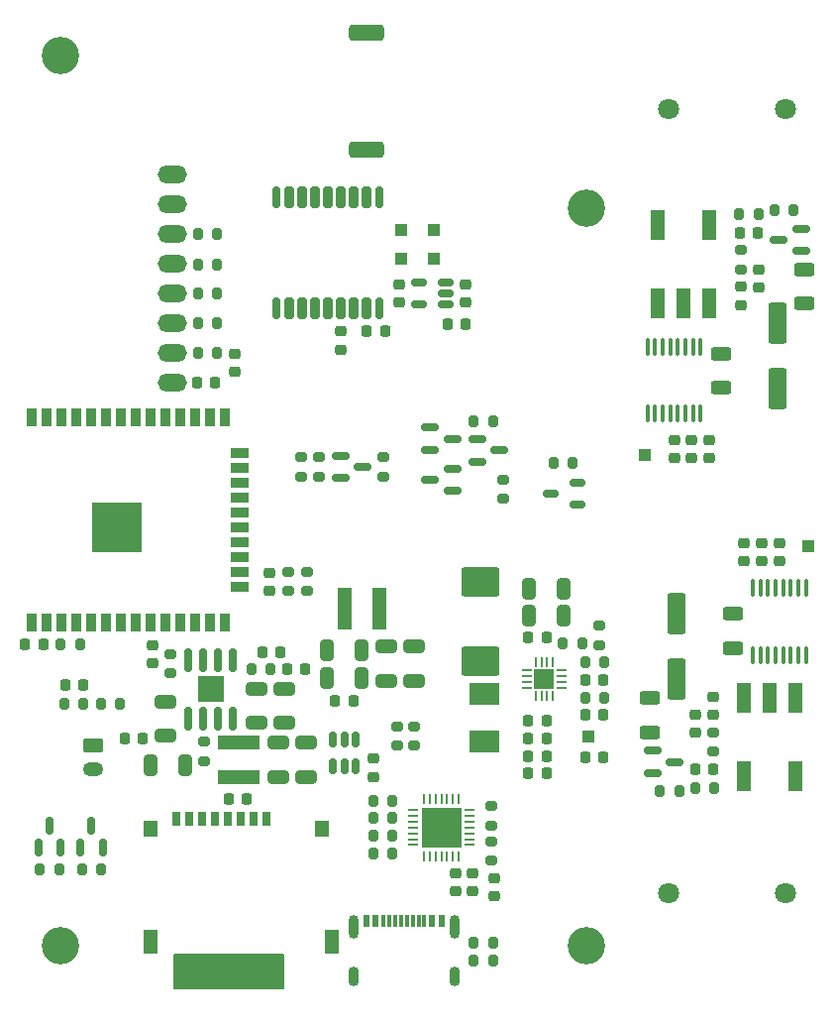
<source format=gbr>
%TF.GenerationSoftware,KiCad,Pcbnew,7.0.10*%
%TF.CreationDate,2024-02-25T16:32:58+01:00*%
%TF.ProjectId,OBSPro,4f425350-726f-42e6-9b69-6361645f7063,rev?*%
%TF.SameCoordinates,PX7270e00PY2255100*%
%TF.FileFunction,Soldermask,Top*%
%TF.FilePolarity,Negative*%
%FSLAX46Y46*%
G04 Gerber Fmt 4.6, Leading zero omitted, Abs format (unit mm)*
G04 Created by KiCad (PCBNEW 7.0.10) date 2024-02-25 16:32:58*
%MOMM*%
%LPD*%
G01*
G04 APERTURE LIST*
G04 Aperture macros list*
%AMRoundRect*
0 Rectangle with rounded corners*
0 $1 Rounding radius*
0 $2 $3 $4 $5 $6 $7 $8 $9 X,Y pos of 4 corners*
0 Add a 4 corners polygon primitive as box body*
4,1,4,$2,$3,$4,$5,$6,$7,$8,$9,$2,$3,0*
0 Add four circle primitives for the rounded corners*
1,1,$1+$1,$2,$3*
1,1,$1+$1,$4,$5*
1,1,$1+$1,$6,$7*
1,1,$1+$1,$8,$9*
0 Add four rect primitives between the rounded corners*
20,1,$1+$1,$2,$3,$4,$5,0*
20,1,$1+$1,$4,$5,$6,$7,0*
20,1,$1+$1,$6,$7,$8,$9,0*
20,1,$1+$1,$8,$9,$2,$3,0*%
G04 Aperture macros list end*
%ADD10R,3.600000X1.150000*%
%ADD11RoundRect,0.200000X-0.200000X-0.275000X0.200000X-0.275000X0.200000X0.275000X-0.200000X0.275000X0*%
%ADD12RoundRect,0.250000X-0.625000X0.312500X-0.625000X-0.312500X0.625000X-0.312500X0.625000X0.312500X0*%
%ADD13RoundRect,0.150000X-0.150000X0.825000X-0.150000X-0.825000X0.150000X-0.825000X0.150000X0.825000X0*%
%ADD14R,2.300000X2.300000*%
%ADD15RoundRect,0.200000X0.200000X0.275000X-0.200000X0.275000X-0.200000X-0.275000X0.200000X-0.275000X0*%
%ADD16C,3.200000*%
%ADD17RoundRect,0.350000X1.150000X0.350000X-1.150000X0.350000X-1.150000X-0.350000X1.150000X-0.350000X0*%
%ADD18RoundRect,0.225000X-0.250000X0.225000X-0.250000X-0.225000X0.250000X-0.225000X0.250000X0.225000X0*%
%ADD19RoundRect,0.225000X-0.225000X-0.250000X0.225000X-0.250000X0.225000X0.250000X-0.225000X0.250000X0*%
%ADD20RoundRect,0.250000X-0.650000X0.325000X-0.650000X-0.325000X0.650000X-0.325000X0.650000X0.325000X0*%
%ADD21RoundRect,0.250000X0.650000X-0.325000X0.650000X0.325000X-0.650000X0.325000X-0.650000X-0.325000X0*%
%ADD22RoundRect,0.250000X0.625000X-0.312500X0.625000X0.312500X-0.625000X0.312500X-0.625000X-0.312500X0*%
%ADD23RoundRect,0.100000X0.100000X-0.637500X0.100000X0.637500X-0.100000X0.637500X-0.100000X-0.637500X0*%
%ADD24RoundRect,0.250000X-0.300000X-0.300000X0.300000X-0.300000X0.300000X0.300000X-0.300000X0.300000X0*%
%ADD25RoundRect,0.225000X0.225000X0.250000X-0.225000X0.250000X-0.225000X-0.250000X0.225000X-0.250000X0*%
%ADD26RoundRect,0.150000X-0.587500X-0.150000X0.587500X-0.150000X0.587500X0.150000X-0.587500X0.150000X0*%
%ADD27RoundRect,0.225000X0.250000X-0.225000X0.250000X0.225000X-0.250000X0.225000X-0.250000X-0.225000X0*%
%ADD28RoundRect,0.250000X0.300000X0.300000X-0.300000X0.300000X-0.300000X-0.300000X0.300000X-0.300000X0*%
%ADD29RoundRect,0.200000X-0.275000X0.200000X-0.275000X-0.200000X0.275000X-0.200000X0.275000X0.200000X0*%
%ADD30RoundRect,0.200000X0.275000X-0.200000X0.275000X0.200000X-0.275000X0.200000X-0.275000X-0.200000X0*%
%ADD31RoundRect,0.250000X-0.625000X0.350000X-0.625000X-0.350000X0.625000X-0.350000X0.625000X0.350000X0*%
%ADD32O,1.750000X1.200000*%
%ADD33RoundRect,0.175000X0.175000X-0.725000X0.175000X0.725000X-0.175000X0.725000X-0.175000X-0.725000X0*%
%ADD34RoundRect,0.200000X0.200000X-0.700000X0.200000X0.700000X-0.200000X0.700000X-0.200000X-0.700000X0*%
%ADD35RoundRect,0.250000X-1.400000X-1.000000X1.400000X-1.000000X1.400000X1.000000X-1.400000X1.000000X0*%
%ADD36RoundRect,0.218750X-0.218750X-0.256250X0.218750X-0.256250X0.218750X0.256250X-0.218750X0.256250X0*%
%ADD37RoundRect,0.150000X0.587500X0.150000X-0.587500X0.150000X-0.587500X-0.150000X0.587500X-0.150000X0*%
%ADD38R,1.000000X1.000000*%
%ADD39R,1.150000X3.600000*%
%ADD40RoundRect,0.150000X0.512500X0.150000X-0.512500X0.150000X-0.512500X-0.150000X0.512500X-0.150000X0*%
%ADD41R,0.600000X1.140000*%
%ADD42R,0.300000X1.140000*%
%ADD43O,0.900000X2.000000*%
%ADD44O,0.900000X1.700000*%
%ADD45RoundRect,0.218750X0.256250X-0.218750X0.256250X0.218750X-0.256250X0.218750X-0.256250X-0.218750X0*%
%ADD46O,2.500000X1.500000*%
%ADD47RoundRect,0.250000X0.325000X0.650000X-0.325000X0.650000X-0.325000X-0.650000X0.325000X-0.650000X0*%
%ADD48RoundRect,0.062500X0.062500X-0.350000X0.062500X0.350000X-0.062500X0.350000X-0.062500X-0.350000X0*%
%ADD49RoundRect,0.062500X0.350000X-0.062500X0.350000X0.062500X-0.350000X0.062500X-0.350000X-0.062500X0*%
%ADD50R,1.680000X1.680000*%
%ADD51RoundRect,0.150000X0.150000X-0.587500X0.150000X0.587500X-0.150000X0.587500X-0.150000X-0.587500X0*%
%ADD52RoundRect,0.218750X0.218750X0.256250X-0.218750X0.256250X-0.218750X-0.256250X0.218750X-0.256250X0*%
%ADD53RoundRect,0.250000X-0.325000X-0.650000X0.325000X-0.650000X0.325000X0.650000X-0.325000X0.650000X0*%
%ADD54R,1.200000X2.500000*%
%ADD55R,0.900000X1.500000*%
%ADD56R,1.500000X0.900000*%
%ADD57C,0.475000*%
%ADD58R,4.200000X4.200000*%
%ADD59RoundRect,0.150000X-0.150000X0.512500X-0.150000X-0.512500X0.150000X-0.512500X0.150000X0.512500X0*%
%ADD60R,2.500000X1.900000*%
%ADD61RoundRect,0.250000X-0.550000X1.500000X-0.550000X-1.500000X0.550000X-1.500000X0.550000X1.500000X0*%
%ADD62RoundRect,0.250000X0.550000X-1.500000X0.550000X1.500000X-0.550000X1.500000X-0.550000X-1.500000X0*%
%ADD63C,1.800000*%
%ADD64RoundRect,0.062500X0.062500X-0.337500X0.062500X0.337500X-0.062500X0.337500X-0.062500X-0.337500X0*%
%ADD65RoundRect,0.062500X0.337500X-0.062500X0.337500X0.062500X-0.337500X0.062500X-0.337500X-0.062500X0*%
%ADD66R,3.350000X3.350000*%
%ADD67RoundRect,0.100000X-0.100000X0.637500X-0.100000X-0.637500X0.100000X-0.637500X0.100000X0.637500X0*%
%ADD68R,0.700000X1.300000*%
%ADD69R,1.200000X1.400000*%
%ADD70R,1.200000X2.000000*%
G04 APERTURE END LIST*
D10*
%TO.C,L1*%
X19300000Y-62625000D03*
X19300000Y-65575000D03*
%TD*%
D11*
%TO.C,R2*%
X39375000Y-79700000D03*
X41025000Y-79700000D03*
%TD*%
D12*
%TO.C,R44*%
X60500000Y-29437500D03*
X60500000Y-32362500D03*
%TD*%
D13*
%TO.C,U1*%
X18805000Y-55625000D03*
X17535000Y-55625000D03*
X16265000Y-55625000D03*
X14995000Y-55625000D03*
X14995000Y-60575000D03*
X16265000Y-60575000D03*
X17535000Y-60575000D03*
X18805000Y-60575000D03*
D14*
X16900000Y-58100000D03*
%TD*%
D11*
%TO.C,R36*%
X15775000Y-24300000D03*
X17425000Y-24300000D03*
%TD*%
D15*
%TO.C,R21*%
X3925000Y-73475000D03*
X2275000Y-73475000D03*
%TD*%
D16*
%TO.C,H3*%
X49000000Y-80000000D03*
%TD*%
D15*
%TO.C,R40*%
X66724999Y-17200000D03*
X65074999Y-17200000D03*
%TD*%
D17*
%TO.C,AE1*%
X30200000Y-12000000D03*
X30200000Y-2000000D03*
%TD*%
D18*
%TO.C,C33*%
X28000000Y-27525000D03*
X28000000Y-29075000D03*
%TD*%
D11*
%TO.C,R38*%
X62074999Y-17500000D03*
X63724999Y-17500000D03*
%TD*%
D19*
%TO.C,C20*%
X44025000Y-60800000D03*
X45575000Y-60800000D03*
%TD*%
D11*
%TO.C,R11*%
X46975000Y-54200000D03*
X48625000Y-54200000D03*
%TD*%
D20*
%TO.C,C11*%
X34300000Y-54425000D03*
X34300000Y-57375000D03*
%TD*%
D21*
%TO.C,C7*%
X13000000Y-62075000D03*
X13000000Y-59125000D03*
%TD*%
D22*
%TO.C,R43*%
X61500000Y-54562500D03*
X61500000Y-51637500D03*
%TD*%
D23*
%TO.C,U8*%
X63225000Y-55162500D03*
X63875000Y-55162500D03*
X64525000Y-55162500D03*
X65175000Y-55162500D03*
X65825000Y-55162500D03*
X66475000Y-55162500D03*
X67125000Y-55162500D03*
X67775000Y-55162500D03*
X67775000Y-49437500D03*
X67125000Y-49437500D03*
X66475000Y-49437500D03*
X65825000Y-49437500D03*
X65175000Y-49437500D03*
X64525000Y-49437500D03*
X63875000Y-49437500D03*
X63225000Y-49437500D03*
%TD*%
D24*
%TO.C,D4*%
X33200000Y-21300000D03*
X36000000Y-21300000D03*
%TD*%
D25*
%TO.C,C30*%
X2575000Y-54220000D03*
X1025000Y-54220000D03*
%TD*%
D26*
%TO.C,Q4*%
X35662500Y-35750000D03*
X35662500Y-37650000D03*
X37537500Y-36700000D03*
%TD*%
D27*
%TO.C,C36*%
X62500000Y-47175000D03*
X62500000Y-45625000D03*
%TD*%
D19*
%TO.C,C17*%
X44025000Y-65300000D03*
X45575000Y-65300000D03*
%TD*%
D11*
%TO.C,R4*%
X20375000Y-56400000D03*
X22025000Y-56400000D03*
%TD*%
D18*
%TO.C,C27*%
X41100000Y-74225000D03*
X41100000Y-75775000D03*
%TD*%
D28*
%TO.C,D5*%
X36000000Y-18900000D03*
X33200000Y-18900000D03*
%TD*%
D29*
%TO.C,R6*%
X13400000Y-55075000D03*
X13400000Y-56725000D03*
%TD*%
D18*
%TO.C,C29*%
X37800000Y-73825000D03*
X37800000Y-75375000D03*
%TD*%
D30*
%TO.C,R26*%
X31600000Y-39925000D03*
X31600000Y-38275000D03*
%TD*%
D31*
%TO.C,J2*%
X6850000Y-62900000D03*
D32*
X6850000Y-64900000D03*
%TD*%
D33*
%TO.C,U7*%
X22500000Y-25550000D03*
D34*
X23600000Y-25550000D03*
X24700000Y-25550000D03*
X25800000Y-25550000D03*
X26900000Y-25550000D03*
X28000000Y-25550000D03*
X29100000Y-25550000D03*
X30200000Y-25550000D03*
D33*
X31300000Y-25550000D03*
X31300000Y-16050000D03*
D34*
X30200000Y-16050000D03*
X29100000Y-16050000D03*
X28000000Y-16050000D03*
X26900000Y-16050000D03*
X25800000Y-16050000D03*
X24700000Y-16050000D03*
X23600000Y-16050000D03*
D33*
X22500000Y-16050000D03*
%TD*%
D15*
%TO.C,R32*%
X59925000Y-66500000D03*
X58275000Y-66500000D03*
%TD*%
D35*
%TO.C,D3*%
X39900000Y-48900000D03*
X39900000Y-55700000D03*
%TD*%
D15*
%TO.C,R23*%
X9125000Y-59300000D03*
X7475000Y-59300000D03*
%TD*%
D36*
%TO.C,F1*%
X9512500Y-62300000D03*
X11087500Y-62300000D03*
%TD*%
D37*
%TO.C,Q6*%
X37537500Y-41150000D03*
X37537500Y-39250000D03*
X35662500Y-40200000D03*
%TD*%
D38*
%TO.C,TP5*%
X54000001Y-38100000D03*
%TD*%
D27*
%TO.C,C45*%
X63699999Y-23775000D03*
X63699999Y-22225000D03*
%TD*%
D18*
%TO.C,C41*%
X58000000Y-36825000D03*
X58000000Y-38375000D03*
%TD*%
D11*
%TO.C,R22*%
X5875000Y-73475000D03*
X7525000Y-73475000D03*
%TD*%
D27*
%TO.C,C40*%
X59800000Y-60275000D03*
X59800000Y-58725000D03*
%TD*%
D19*
%TO.C,C18*%
X44025000Y-63800000D03*
X45575000Y-63800000D03*
%TD*%
D39*
%TO.C,L2*%
X28325000Y-51200000D03*
X31275000Y-51200000D03*
%TD*%
D11*
%TO.C,R3*%
X39375000Y-81300000D03*
X41025000Y-81300000D03*
%TD*%
D27*
%TO.C,C37*%
X65500000Y-47175000D03*
X65500000Y-45625000D03*
%TD*%
D40*
%TO.C,U3*%
X36937500Y-25250000D03*
X36937500Y-24300000D03*
X36937500Y-23350000D03*
X34662500Y-23350000D03*
X34662500Y-25250000D03*
%TD*%
D22*
%TO.C,R31*%
X54400000Y-61762500D03*
X54400000Y-58837500D03*
%TD*%
D11*
%TO.C,R35*%
X15775000Y-26800000D03*
X17425000Y-26800000D03*
%TD*%
D29*
%TO.C,R10*%
X50100000Y-52675000D03*
X50100000Y-54325000D03*
%TD*%
D11*
%TO.C,R14*%
X4075000Y-54220000D03*
X5725000Y-54220000D03*
%TD*%
%TO.C,R41*%
X15775000Y-21800000D03*
X17425000Y-21800000D03*
%TD*%
D41*
%TO.C,J1*%
X30200000Y-77840000D03*
X31000000Y-77840000D03*
D42*
X32150000Y-77840000D03*
X33150000Y-77840000D03*
X33650000Y-77840000D03*
X34650000Y-77840000D03*
D41*
X36600000Y-77840000D03*
X35800000Y-77840000D03*
D42*
X35150000Y-77840000D03*
X34150000Y-77840000D03*
X32650000Y-77840000D03*
X31650000Y-77840000D03*
D43*
X29075000Y-78410000D03*
D44*
X29075000Y-82590000D03*
D43*
X37725000Y-78410000D03*
D44*
X37725000Y-82590000D03*
%TD*%
D18*
%TO.C,C38*%
X58300000Y-60225000D03*
X58300000Y-61775000D03*
%TD*%
D45*
%TO.C,D1*%
X11900000Y-55887500D03*
X11900000Y-54312500D03*
%TD*%
D27*
%TO.C,C49*%
X18900000Y-30975000D03*
X18900000Y-29425000D03*
%TD*%
D46*
%TO.C,J3*%
X13600000Y-31900000D03*
X13600000Y-29360000D03*
X13600000Y-26820000D03*
X13600000Y-24280000D03*
X13600000Y-21740000D03*
X13600000Y-19200000D03*
X13600000Y-16660000D03*
X13600000Y-14120000D03*
%TD*%
D16*
%TO.C,H4*%
X49000000Y-17000000D03*
%TD*%
D19*
%TO.C,C25*%
X48925000Y-60300000D03*
X50475000Y-60300000D03*
%TD*%
D18*
%TO.C,C47*%
X62199999Y-23725000D03*
X62199999Y-25275000D03*
%TD*%
D38*
%TO.C,TP2*%
X68000000Y-45900000D03*
%TD*%
D26*
%TO.C,Q5*%
X27962500Y-38150000D03*
X27962500Y-40050000D03*
X29837500Y-39100000D03*
%TD*%
D29*
%TO.C,R29*%
X24600000Y-38275000D03*
X24600000Y-39925000D03*
%TD*%
%TO.C,R46*%
X23500000Y-48075000D03*
X23500000Y-49725000D03*
%TD*%
D19*
%TO.C,C5*%
X21325000Y-54900000D03*
X22875000Y-54900000D03*
%TD*%
D18*
%TO.C,C28*%
X39300000Y-73825000D03*
X39300000Y-75375000D03*
%TD*%
D26*
%TO.C,Q3*%
X39662500Y-36750000D03*
X39662500Y-38650000D03*
X41537500Y-37700000D03*
%TD*%
D30*
%TO.C,R30*%
X25100000Y-49725000D03*
X25100000Y-48075000D03*
%TD*%
D19*
%TO.C,C31*%
X18425000Y-67500000D03*
X19975000Y-67500000D03*
%TD*%
D18*
%TO.C,C43*%
X59500000Y-36825000D03*
X59500000Y-38375000D03*
%TD*%
%TO.C,C44*%
X56500000Y-36825000D03*
X56500000Y-38375000D03*
%TD*%
D47*
%TO.C,C8*%
X14670000Y-64600000D03*
X11720000Y-64600000D03*
%TD*%
D19*
%TO.C,C6*%
X23400000Y-56400000D03*
X24950000Y-56400000D03*
%TD*%
D15*
%TO.C,R18*%
X32425000Y-67600000D03*
X30775000Y-67600000D03*
%TD*%
D21*
%TO.C,C3*%
X23200000Y-60975000D03*
X23200000Y-58025000D03*
%TD*%
D36*
%TO.C,FB1*%
X15712500Y-31900000D03*
X17287500Y-31900000D03*
%TD*%
D16*
%TO.C,H2*%
X4000000Y-4000000D03*
%TD*%
D19*
%TO.C,C42*%
X62124999Y-19100000D03*
X63674999Y-19100000D03*
%TD*%
D29*
%TO.C,R7*%
X34300000Y-61275000D03*
X34300000Y-62925000D03*
%TD*%
D48*
%TO.C,U4*%
X44650000Y-58662500D03*
X45150000Y-58662500D03*
X45650000Y-58662500D03*
X46150000Y-58662500D03*
D49*
X46862500Y-57950000D03*
X46862500Y-57450000D03*
X46862500Y-56950000D03*
X46862500Y-56450000D03*
D48*
X46150000Y-55737500D03*
X45650000Y-55737500D03*
X45150000Y-55737500D03*
X44650000Y-55737500D03*
D49*
X43937500Y-56450000D03*
X43937500Y-56950000D03*
X43937500Y-57450000D03*
X43937500Y-57950000D03*
D50*
X45400000Y-57200000D03*
%TD*%
D51*
%TO.C,Q2*%
X5750000Y-71612500D03*
X7650000Y-71612500D03*
X6700000Y-69737500D03*
%TD*%
D30*
%TO.C,R39*%
X62199999Y-22225000D03*
X62199999Y-20575000D03*
%TD*%
D52*
%TO.C,FB8*%
X38700000Y-26900000D03*
X37125000Y-26900000D03*
%TD*%
D15*
%TO.C,R19*%
X32425000Y-72100000D03*
X30775000Y-72100000D03*
%TD*%
D53*
%TO.C,C23*%
X44125000Y-49500000D03*
X47075000Y-49500000D03*
%TD*%
D19*
%TO.C,C26*%
X48925000Y-57300000D03*
X50475000Y-57300000D03*
%TD*%
D18*
%TO.C,C50*%
X21900000Y-48125000D03*
X21900000Y-49675000D03*
%TD*%
D54*
%TO.C,T2*%
X55100000Y-25150000D03*
X57300000Y-25150000D03*
X59500000Y-25150000D03*
X59500000Y-18450000D03*
X55100000Y-18450000D03*
%TD*%
D27*
%TO.C,C34*%
X64000000Y-47175000D03*
X64000000Y-45625000D03*
%TD*%
D19*
%TO.C,C19*%
X44025000Y-62300000D03*
X45575000Y-62300000D03*
%TD*%
D30*
%TO.C,R15*%
X40900000Y-72725000D03*
X40900000Y-71075000D03*
%TD*%
D20*
%TO.C,C4*%
X25000000Y-62625000D03*
X25000000Y-65575000D03*
%TD*%
D15*
%TO.C,R1*%
X47825000Y-38800000D03*
X46175000Y-38800000D03*
%TD*%
D55*
%TO.C,U6*%
X1565000Y-52370000D03*
X2835000Y-52370000D03*
X4105000Y-52370000D03*
X5375000Y-52370000D03*
X6645000Y-52370000D03*
X7915000Y-52370000D03*
X9185000Y-52370000D03*
X10455000Y-52370000D03*
X11725000Y-52370000D03*
X12995000Y-52370000D03*
X14265000Y-52370000D03*
X15535000Y-52370000D03*
X16805000Y-52370000D03*
X18075000Y-52370000D03*
D56*
X19325000Y-49330000D03*
X19325000Y-48060000D03*
X19325000Y-46790000D03*
X19325000Y-45520000D03*
X19325000Y-44250000D03*
X19325000Y-42980000D03*
X19325000Y-41710000D03*
X19325000Y-40440000D03*
X19325000Y-39170000D03*
X19325000Y-37900000D03*
D55*
X18075000Y-34870000D03*
X16805000Y-34870000D03*
X15535000Y-34870000D03*
X14265000Y-34870000D03*
X12995000Y-34870000D03*
X11725000Y-34870000D03*
X10455000Y-34870000D03*
X9185000Y-34870000D03*
X7915000Y-34870000D03*
X6645000Y-34870000D03*
X5375000Y-34870000D03*
X4105000Y-34870000D03*
X2835000Y-34870000D03*
X1565000Y-34870000D03*
D57*
X8142500Y-45825000D03*
X9667500Y-45825000D03*
X7380000Y-45062500D03*
X8905000Y-45062500D03*
X10430000Y-45062500D03*
X8142500Y-44300000D03*
D58*
X8905000Y-44300000D03*
D57*
X9667500Y-44300000D03*
X7380000Y-43537500D03*
X8905000Y-43537500D03*
X10430000Y-43537500D03*
X8142500Y-42775000D03*
X9667500Y-42775000D03*
%TD*%
D25*
%TO.C,C48*%
X5975000Y-57700000D03*
X4425000Y-57700000D03*
%TD*%
D21*
%TO.C,C1*%
X20800000Y-60975000D03*
X20800000Y-58025000D03*
%TD*%
D15*
%TO.C,R12*%
X50525000Y-58800000D03*
X48875000Y-58800000D03*
%TD*%
D19*
%TO.C,C32*%
X30225000Y-27500000D03*
X31775000Y-27500000D03*
%TD*%
D20*
%TO.C,C2*%
X22700000Y-62625000D03*
X22700000Y-65575000D03*
%TD*%
%TO.C,C10*%
X31900000Y-54425000D03*
X31900000Y-57375000D03*
%TD*%
D59*
%TO.C,U2*%
X29250000Y-62362500D03*
X28300000Y-62362500D03*
X27350000Y-62362500D03*
X27350000Y-64637500D03*
X28300000Y-64637500D03*
X29250000Y-64637500D03*
%TD*%
D38*
%TO.C,TP1*%
X49200000Y-62100000D03*
%TD*%
D53*
%TO.C,C13*%
X26825000Y-57130000D03*
X29775000Y-57130000D03*
%TD*%
D12*
%TO.C,R37*%
X67599999Y-22237500D03*
X67599999Y-25162500D03*
%TD*%
D27*
%TO.C,C15*%
X38700000Y-25075000D03*
X38700000Y-23525000D03*
%TD*%
D60*
%TO.C,L3*%
X40300000Y-62550000D03*
X40300000Y-58450000D03*
%TD*%
D51*
%TO.C,Q1*%
X2150000Y-71612500D03*
X4050000Y-71612500D03*
X3100000Y-69737500D03*
%TD*%
D61*
%TO.C,C46*%
X65300000Y-26800000D03*
X65300000Y-32400000D03*
%TD*%
D19*
%TO.C,C21*%
X44025000Y-53700000D03*
X45575000Y-53700000D03*
%TD*%
D11*
%TO.C,R9*%
X15775000Y-29400000D03*
X17425000Y-29400000D03*
%TD*%
D15*
%TO.C,R16*%
X32425000Y-70600000D03*
X30775000Y-70600000D03*
%TD*%
D19*
%TO.C,C14*%
X27525000Y-59100000D03*
X29075000Y-59100000D03*
%TD*%
D18*
%TO.C,C16*%
X33000000Y-23525000D03*
X33000000Y-25075000D03*
%TD*%
D62*
%TO.C,C39*%
X56700000Y-57200000D03*
X56700000Y-51600000D03*
%TD*%
D63*
%TO.C,LS1*%
X56000000Y-75500000D03*
X66000000Y-75500000D03*
%TD*%
D11*
%TO.C,R42*%
X15775000Y-19200000D03*
X17425000Y-19200000D03*
%TD*%
%TO.C,R34*%
X55275000Y-66800000D03*
X56925000Y-66800000D03*
%TD*%
D15*
%TO.C,R24*%
X6025000Y-59300000D03*
X4375000Y-59300000D03*
%TD*%
D30*
%TO.C,R20*%
X40900000Y-69725000D03*
X40900000Y-68075000D03*
%TD*%
D18*
%TO.C,C9*%
X30800000Y-64025000D03*
X30800000Y-65575000D03*
%TD*%
D37*
%TO.C,Q9*%
X67337499Y-20650000D03*
X67337499Y-18750000D03*
X65462499Y-19700000D03*
%TD*%
D30*
%TO.C,R5*%
X16300000Y-64225000D03*
X16300000Y-62575000D03*
%TD*%
D11*
%TO.C,R28*%
X39375000Y-35200000D03*
X41025000Y-35200000D03*
%TD*%
D29*
%TO.C,R33*%
X59800000Y-61775000D03*
X59800000Y-63425000D03*
%TD*%
D26*
%TO.C,Q7*%
X54662500Y-63350000D03*
X54662500Y-65250000D03*
X56537500Y-64300000D03*
%TD*%
D53*
%TO.C,C12*%
X26825000Y-54730000D03*
X29775000Y-54730000D03*
%TD*%
D16*
%TO.C,H1*%
X4000000Y-80000000D03*
%TD*%
D11*
%TO.C,R13*%
X48875000Y-55800000D03*
X50525000Y-55800000D03*
%TD*%
D64*
%TO.C,U5*%
X35100000Y-72350000D03*
X35600000Y-72350000D03*
X36100000Y-72350000D03*
X36600000Y-72350000D03*
X37100000Y-72350000D03*
X37600000Y-72350000D03*
X38100000Y-72350000D03*
D65*
X39050000Y-71400000D03*
X39050000Y-70900000D03*
X39050000Y-70400000D03*
X39050000Y-69900000D03*
X39050000Y-69400000D03*
X39050000Y-68900000D03*
X39050000Y-68400000D03*
D64*
X38100000Y-67450000D03*
X37600000Y-67450000D03*
X37100000Y-67450000D03*
X36600000Y-67450000D03*
X36100000Y-67450000D03*
X35600000Y-67450000D03*
X35100000Y-67450000D03*
D65*
X34150000Y-68400000D03*
X34150000Y-68900000D03*
X34150000Y-69400000D03*
X34150000Y-69900000D03*
X34150000Y-70400000D03*
X34150000Y-70900000D03*
X34150000Y-71400000D03*
D66*
X36600000Y-69900000D03*
%TD*%
D30*
%TO.C,R27*%
X26100000Y-39925000D03*
X26100000Y-38275000D03*
%TD*%
D53*
%TO.C,C22*%
X44125000Y-51800000D03*
X47075000Y-51800000D03*
%TD*%
D40*
%TO.C,U10*%
X48237500Y-42350000D03*
X48237500Y-40450000D03*
X45962500Y-41400000D03*
%TD*%
D15*
%TO.C,R17*%
X32425000Y-69100000D03*
X30775000Y-69100000D03*
%TD*%
D67*
%TO.C,U9*%
X58775000Y-28837500D03*
X58125000Y-28837500D03*
X57475000Y-28837500D03*
X56825000Y-28837500D03*
X56175000Y-28837500D03*
X55525000Y-28837500D03*
X54875000Y-28837500D03*
X54225000Y-28837500D03*
X54225000Y-34562500D03*
X54875000Y-34562500D03*
X55525000Y-34562500D03*
X56175000Y-34562500D03*
X56825000Y-34562500D03*
X57475000Y-34562500D03*
X58125000Y-34562500D03*
X58775000Y-34562500D03*
%TD*%
D30*
%TO.C,R8*%
X32800000Y-62925000D03*
X32800000Y-61275000D03*
%TD*%
%TO.C,R25*%
X41900000Y-41825000D03*
X41900000Y-40175000D03*
%TD*%
D19*
%TO.C,C24*%
X48925000Y-63900000D03*
X50475000Y-63900000D03*
%TD*%
D68*
%TO.C,J4*%
X21650000Y-69137491D03*
X20550000Y-69137491D03*
X19450000Y-69137491D03*
X18350000Y-69137491D03*
X17250000Y-69137491D03*
X16150000Y-69137491D03*
X15050000Y-69137491D03*
X13950000Y-69137491D03*
D69*
X11750000Y-69987491D03*
D70*
X11750000Y-79687491D03*
D69*
X26430000Y-69987491D03*
D70*
X27270000Y-79687491D03*
%TD*%
D25*
%TO.C,C35*%
X59875000Y-64900000D03*
X58325000Y-64900000D03*
%TD*%
D54*
%TO.C,T1*%
X66899999Y-58850000D03*
X64699999Y-58850000D03*
X62499999Y-58850000D03*
X62499999Y-65550000D03*
X66899999Y-65550000D03*
%TD*%
D63*
%TO.C,LS2*%
X65999999Y-8500000D03*
X55999999Y-8500000D03*
%TD*%
G36*
X23159191Y-80718907D02*
G01*
X23195155Y-80768407D01*
X23200000Y-80799000D01*
X23200000Y-83601000D01*
X23181093Y-83659191D01*
X23131593Y-83695155D01*
X23101000Y-83700000D01*
X13799000Y-83700000D01*
X13740809Y-83681093D01*
X13704845Y-83631593D01*
X13700000Y-83601000D01*
X13700000Y-80799000D01*
X13718907Y-80740809D01*
X13768407Y-80704845D01*
X13799000Y-80700000D01*
X23101000Y-80700000D01*
X23159191Y-80718907D01*
G37*
M02*

</source>
